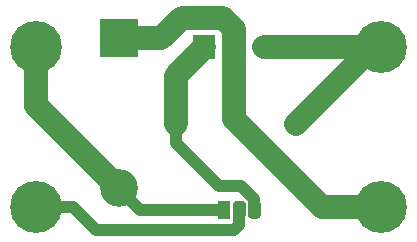
<source format=gbr>
G04 #@! TF.GenerationSoftware,KiCad,Pcbnew,(5.0.0-3-g5ebb6b6)*
G04 #@! TF.CreationDate,2018-11-27T18:20:38-08:00*
G04 #@! TF.ProjectId,Capper Decapper Solenoid Correction,43617070657220446563617070657220,rev?*
G04 #@! TF.SameCoordinates,Original*
G04 #@! TF.FileFunction,Copper,L1,Top,Signal*
G04 #@! TF.FilePolarity,Positive*
%FSLAX46Y46*%
G04 Gerber Fmt 4.6, Leading zero omitted, Abs format (unit mm)*
G04 Created by KiCad (PCBNEW (5.0.0-3-g5ebb6b6)) date Tuesday, November 27, 2018 at 06:20:38 PM*
%MOMM*%
%LPD*%
G01*
G04 APERTURE LIST*
G04 #@! TA.AperFunction,ComponentPad*
%ADD10R,3.200000X3.200000*%
G04 #@! TD*
G04 #@! TA.AperFunction,ComponentPad*
%ADD11O,3.200000X3.200000*%
G04 #@! TD*
G04 #@! TA.AperFunction,ComponentPad*
%ADD12C,4.400000*%
G04 #@! TD*
G04 #@! TA.AperFunction,Conductor*
%ADD13C,0.100000*%
G04 #@! TD*
G04 #@! TA.AperFunction,ComponentPad*
%ADD14C,1.050000*%
G04 #@! TD*
G04 #@! TA.AperFunction,ComponentPad*
%ADD15R,1.050000X1.500000*%
G04 #@! TD*
G04 #@! TA.AperFunction,ComponentPad*
%ADD16R,1.905000X2.000000*%
G04 #@! TD*
G04 #@! TA.AperFunction,ComponentPad*
%ADD17O,1.905000X2.000000*%
G04 #@! TD*
G04 #@! TA.AperFunction,ComponentPad*
%ADD18C,1.600000*%
G04 #@! TD*
G04 #@! TA.AperFunction,ComponentPad*
%ADD19O,1.600000X1.600000*%
G04 #@! TD*
G04 #@! TA.AperFunction,Conductor*
%ADD20C,2.000000*%
G04 #@! TD*
G04 #@! TA.AperFunction,Conductor*
%ADD21C,1.000000*%
G04 #@! TD*
G04 APERTURE END LIST*
D10*
G04 #@! TO.P,D1,1*
G04 #@! TO.N,Net-(D1-Pad1)*
X176750000Y-69500000D03*
D11*
G04 #@! TO.P,D1,2*
G04 #@! TO.N,Net-(D1-Pad2)*
X176750000Y-82200000D03*
G04 #@! TD*
D12*
G04 #@! TO.P,MH1,1*
G04 #@! TO.N,Net-(MH1-Pad1)*
X169750000Y-83750000D03*
G04 #@! TD*
G04 #@! TO.P,MH2,1*
G04 #@! TO.N,Net-(D1-Pad2)*
X169750000Y-70250000D03*
G04 #@! TD*
G04 #@! TO.P,MH3,1*
G04 #@! TO.N,Net-(MH3-Pad1)*
X199000000Y-70250000D03*
G04 #@! TD*
G04 #@! TO.P,MH4,1*
G04 #@! TO.N,Net-(D1-Pad1)*
X199000000Y-83750000D03*
G04 #@! TD*
D13*
G04 #@! TO.N,Net-(MH1-Pad1)*
G04 #@! TO.C,Q1*
G36*
X187268229Y-83251264D02*
X187293711Y-83255044D01*
X187318700Y-83261303D01*
X187342954Y-83269982D01*
X187366242Y-83280996D01*
X187388337Y-83294239D01*
X187409028Y-83309585D01*
X187428116Y-83326884D01*
X187445415Y-83345972D01*
X187460761Y-83366663D01*
X187474004Y-83388758D01*
X187485018Y-83412046D01*
X187493697Y-83436300D01*
X187499956Y-83461289D01*
X187503736Y-83486771D01*
X187505000Y-83512500D01*
X187505000Y-84487500D01*
X187503736Y-84513229D01*
X187499956Y-84538711D01*
X187493697Y-84563700D01*
X187485018Y-84587954D01*
X187474004Y-84611242D01*
X187460761Y-84633337D01*
X187445415Y-84654028D01*
X187428116Y-84673116D01*
X187409028Y-84690415D01*
X187388337Y-84705761D01*
X187366242Y-84719004D01*
X187342954Y-84730018D01*
X187318700Y-84738697D01*
X187293711Y-84744956D01*
X187268229Y-84748736D01*
X187242500Y-84750000D01*
X186717500Y-84750000D01*
X186691771Y-84748736D01*
X186666289Y-84744956D01*
X186641300Y-84738697D01*
X186617046Y-84730018D01*
X186593758Y-84719004D01*
X186571663Y-84705761D01*
X186550972Y-84690415D01*
X186531884Y-84673116D01*
X186514585Y-84654028D01*
X186499239Y-84633337D01*
X186485996Y-84611242D01*
X186474982Y-84587954D01*
X186466303Y-84563700D01*
X186460044Y-84538711D01*
X186456264Y-84513229D01*
X186455000Y-84487500D01*
X186455000Y-83512500D01*
X186456264Y-83486771D01*
X186460044Y-83461289D01*
X186466303Y-83436300D01*
X186474982Y-83412046D01*
X186485996Y-83388758D01*
X186499239Y-83366663D01*
X186514585Y-83345972D01*
X186531884Y-83326884D01*
X186550972Y-83309585D01*
X186571663Y-83294239D01*
X186593758Y-83280996D01*
X186617046Y-83269982D01*
X186641300Y-83261303D01*
X186666289Y-83255044D01*
X186691771Y-83251264D01*
X186717500Y-83250000D01*
X187242500Y-83250000D01*
X187268229Y-83251264D01*
X187268229Y-83251264D01*
G37*
D14*
G04 #@! TD*
G04 #@! TO.P,Q1,2*
G04 #@! TO.N,Net-(MH1-Pad1)*
X186980000Y-84000000D03*
D13*
G04 #@! TO.N,Net-(Q1-Pad3)*
G04 #@! TO.C,Q1*
G36*
X188538229Y-83251264D02*
X188563711Y-83255044D01*
X188588700Y-83261303D01*
X188612954Y-83269982D01*
X188636242Y-83280996D01*
X188658337Y-83294239D01*
X188679028Y-83309585D01*
X188698116Y-83326884D01*
X188715415Y-83345972D01*
X188730761Y-83366663D01*
X188744004Y-83388758D01*
X188755018Y-83412046D01*
X188763697Y-83436300D01*
X188769956Y-83461289D01*
X188773736Y-83486771D01*
X188775000Y-83512500D01*
X188775000Y-84487500D01*
X188773736Y-84513229D01*
X188769956Y-84538711D01*
X188763697Y-84563700D01*
X188755018Y-84587954D01*
X188744004Y-84611242D01*
X188730761Y-84633337D01*
X188715415Y-84654028D01*
X188698116Y-84673116D01*
X188679028Y-84690415D01*
X188658337Y-84705761D01*
X188636242Y-84719004D01*
X188612954Y-84730018D01*
X188588700Y-84738697D01*
X188563711Y-84744956D01*
X188538229Y-84748736D01*
X188512500Y-84750000D01*
X187987500Y-84750000D01*
X187961771Y-84748736D01*
X187936289Y-84744956D01*
X187911300Y-84738697D01*
X187887046Y-84730018D01*
X187863758Y-84719004D01*
X187841663Y-84705761D01*
X187820972Y-84690415D01*
X187801884Y-84673116D01*
X187784585Y-84654028D01*
X187769239Y-84633337D01*
X187755996Y-84611242D01*
X187744982Y-84587954D01*
X187736303Y-84563700D01*
X187730044Y-84538711D01*
X187726264Y-84513229D01*
X187725000Y-84487500D01*
X187725000Y-83512500D01*
X187726264Y-83486771D01*
X187730044Y-83461289D01*
X187736303Y-83436300D01*
X187744982Y-83412046D01*
X187755996Y-83388758D01*
X187769239Y-83366663D01*
X187784585Y-83345972D01*
X187801884Y-83326884D01*
X187820972Y-83309585D01*
X187841663Y-83294239D01*
X187863758Y-83280996D01*
X187887046Y-83269982D01*
X187911300Y-83261303D01*
X187936289Y-83255044D01*
X187961771Y-83251264D01*
X187987500Y-83250000D01*
X188512500Y-83250000D01*
X188538229Y-83251264D01*
X188538229Y-83251264D01*
G37*
D14*
G04 #@! TD*
G04 #@! TO.P,Q1,3*
G04 #@! TO.N,Net-(Q1-Pad3)*
X188250000Y-84000000D03*
D15*
G04 #@! TO.P,Q1,1*
G04 #@! TO.N,Net-(D1-Pad2)*
X185710000Y-84000000D03*
G04 #@! TD*
D16*
G04 #@! TO.P,Q2,1*
G04 #@! TO.N,Net-(Q1-Pad3)*
X184000000Y-70250000D03*
D17*
G04 #@! TO.P,Q2,2*
G04 #@! TO.N,Net-(D1-Pad1)*
X186540000Y-70250000D03*
G04 #@! TO.P,Q2,3*
G04 #@! TO.N,Net-(MH3-Pad1)*
X189080000Y-70250000D03*
G04 #@! TD*
D18*
G04 #@! TO.P,R1,1*
G04 #@! TO.N,Net-(MH3-Pad1)*
X191750000Y-76750000D03*
D19*
G04 #@! TO.P,R1,2*
G04 #@! TO.N,Net-(Q1-Pad3)*
X181590000Y-76750000D03*
G04 #@! TD*
D20*
G04 #@! TO.N,Net-(D1-Pad1)*
X186540000Y-68677498D02*
X186540000Y-70250000D01*
X185612502Y-67750000D02*
X186540000Y-68677498D01*
X182100000Y-67750000D02*
X185612502Y-67750000D01*
X180350000Y-69500000D02*
X182100000Y-67750000D01*
X176750000Y-69500000D02*
X180350000Y-69500000D01*
X186540000Y-76290000D02*
X186540000Y-73250000D01*
X186540000Y-73250000D02*
X186540000Y-70250000D01*
X194000000Y-83750000D02*
X186540000Y-76290000D01*
X199000000Y-83750000D02*
X194000000Y-83750000D01*
G04 #@! TO.N,Net-(D1-Pad2)*
X169750000Y-75200000D02*
X176750000Y-82200000D01*
X169750000Y-70250000D02*
X169750000Y-75200000D01*
D21*
X178550000Y-84000000D02*
X176750000Y-82200000D01*
X185710000Y-84000000D02*
X178550000Y-84000000D01*
G04 #@! TO.N,Net-(MH1-Pad1)*
X186980000Y-85265002D02*
X186980000Y-84850000D01*
X186495002Y-85750000D02*
X186980000Y-85265002D01*
X174861269Y-85750000D02*
X186495002Y-85750000D01*
X172861269Y-83750000D02*
X174861269Y-85750000D01*
X186980000Y-84850000D02*
X186980000Y-84000000D01*
X169750000Y-83750000D02*
X172861269Y-83750000D01*
D20*
G04 #@! TO.N,Net-(MH3-Pad1)*
X198250000Y-70250000D02*
X191750000Y-76750000D01*
X199000000Y-70250000D02*
X198250000Y-70250000D01*
X199000000Y-70250000D02*
X189080000Y-70250000D01*
G04 #@! TO.N,Net-(Q1-Pad3)*
X181590000Y-72660000D02*
X184000000Y-70250000D01*
X181590000Y-76750000D02*
X181590000Y-72660000D01*
D21*
X188205010Y-84000000D02*
X188250000Y-84000000D01*
X187091196Y-82000000D02*
X188205010Y-83113814D01*
X188205010Y-83113814D02*
X188205010Y-84000000D01*
X185250000Y-82000000D02*
X187091196Y-82000000D01*
X181590000Y-78340000D02*
X185250000Y-82000000D01*
X181590000Y-76750000D02*
X181590000Y-78340000D01*
G04 #@! TD*
M02*

</source>
